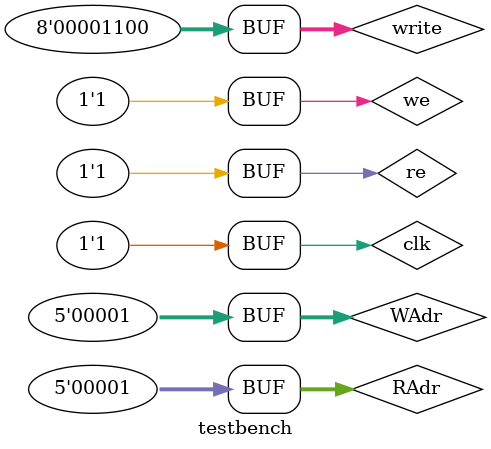
<source format=v>
`timescale 1ns / 1ns

module testbench();

parameter n1=5;
parameter n2=8;

reg clk;
reg we;
reg re;
reg [n2-1:0]write; //Write Input
reg [n1-1:0]WAdr; //Write Address
wire [n2-1:0]read; //Read output
reg [n1-1:0]RAdr; //Read Address 

reg [n2-1:0] mem[n1-1:0]; //Memory Array

DualPortRam UUT(.clk(clk), .write(write), .WAdr(WAdr), .read(read), .RAdr(RAdr), .we(we), .re(re));

//Generate Clock
always
begin
    clk = 0;
    #5;
    clk = 1;
    #5;
end

//Begin test
initial
begin

//Testing simulatneous read and write to different memory cells
#10;
we = 1; re = 1;
#10;
WAdr = 'b0; write = 'b0001;
#10; 
WAdr = 'b1; write = 'b10; RAdr = 'b0; 
//Expecting write = 0010 and read = 0001

//Testing Read enable
#10;
re = 0; 
//Expecting output read = Z 

//Testing write enable
#10;
we = 0; re = 1;
#10;
WAdr = 'b0; write = 'b0011; 
#10;
RAdr = 'b0; 
//Expecting output read to remain same (read = 0001)

//Overwriting a memory cell
#10;
we = 1;
#10;
WAdr = 'b0; write = 'b1111; re = 1;
#10;
RAdr = 'b0; 
//Expecting output read = 1111

//Testing simultaneous read and write operation to the same memory cell
#10;
WAdr = 'b1; write = 'b1100; RAdr = 'b1;  
//Expecting read = write

end
endmodule

</source>
